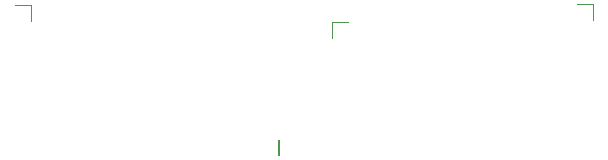
<source format=gbo>
G04 #@! TF.FileFunction,Legend,Bot*
%FSLAX46Y46*%
G04 Gerber Fmt 4.6, Leading zero omitted, Abs format (unit mm)*
G04 Created by KiCad (PCBNEW 4.0.7) date 06/12/18 21:15:04*
%MOMM*%
%LPD*%
G01*
G04 APERTURE LIST*
%ADD10C,0.100000*%
%ADD11C,0.120000*%
%ADD12C,0.150000*%
G04 APERTURE END LIST*
D10*
D11*
X140630000Y-75720000D02*
X140630000Y-74390000D01*
X140630000Y-74390000D02*
X139300000Y-74390000D01*
D12*
X114050000Y-85893750D02*
X114050000Y-87168750D01*
D11*
X93060000Y-75760000D02*
X93060000Y-74430000D01*
X93060000Y-74430000D02*
X91730000Y-74430000D01*
X119900000Y-75870000D02*
X118570000Y-75870000D01*
X118570000Y-75870000D02*
X118570000Y-77200000D01*
M02*

</source>
